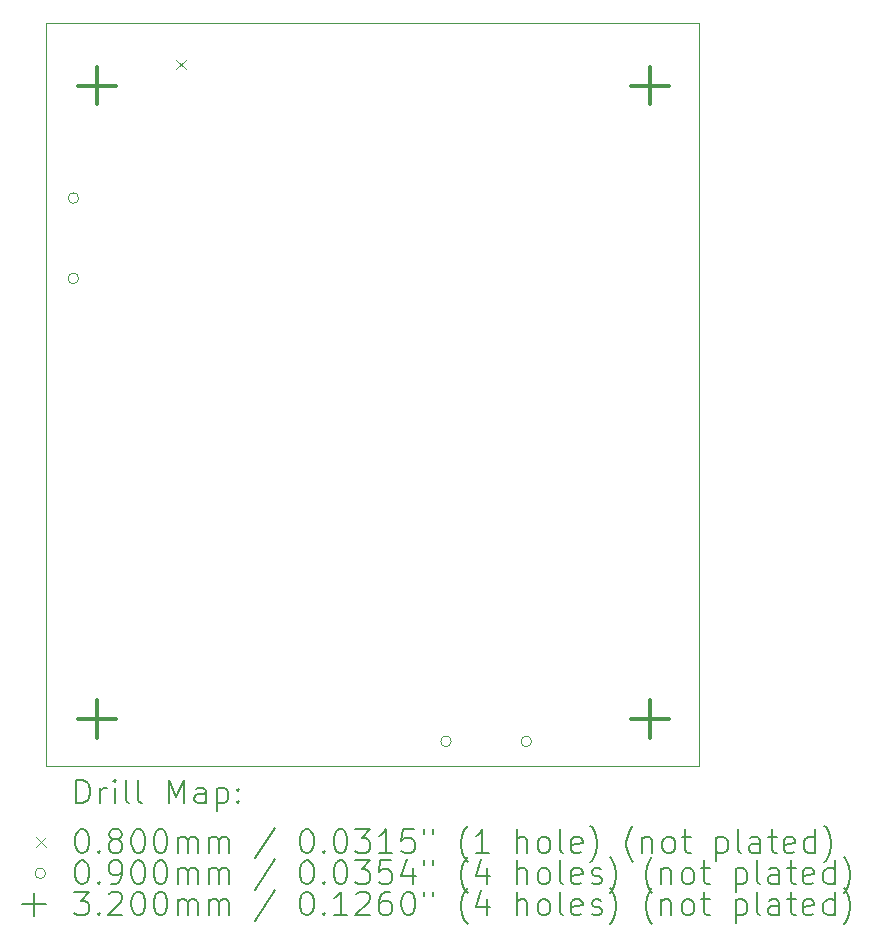
<source format=gbr>
%TF.GenerationSoftware,KiCad,Pcbnew,8.0.0*%
%TF.CreationDate,2025-04-24T18:39:19-03:00*%
%TF.ProjectId,PRJ4 (Alimentador Digital),50524a34-2028-4416-9c69-6d656e746164,rev?*%
%TF.SameCoordinates,Original*%
%TF.FileFunction,Drillmap*%
%TF.FilePolarity,Positive*%
%FSLAX45Y45*%
G04 Gerber Fmt 4.5, Leading zero omitted, Abs format (unit mm)*
G04 Created by KiCad (PCBNEW 8.0.0) date 2025-04-24 18:39:19*
%MOMM*%
%LPD*%
G01*
G04 APERTURE LIST*
%ADD10C,0.100000*%
%ADD11C,0.200000*%
%ADD12C,0.320000*%
G04 APERTURE END LIST*
D10*
X11527500Y-6750000D02*
X17052500Y-6750000D01*
X17052500Y-13040000D01*
X11527500Y-13040000D01*
X11527500Y-6750000D01*
D11*
D10*
X12630000Y-7060000D02*
X12710000Y-7140000D01*
X12710000Y-7060000D02*
X12630000Y-7140000D01*
X11802500Y-8232500D02*
G75*
G02*
X11712500Y-8232500I-45000J0D01*
G01*
X11712500Y-8232500D02*
G75*
G02*
X11802500Y-8232500I45000J0D01*
G01*
X11802500Y-8912500D02*
G75*
G02*
X11712500Y-8912500I-45000J0D01*
G01*
X11712500Y-8912500D02*
G75*
G02*
X11802500Y-8912500I45000J0D01*
G01*
X14957500Y-12832500D02*
G75*
G02*
X14867500Y-12832500I-45000J0D01*
G01*
X14867500Y-12832500D02*
G75*
G02*
X14957500Y-12832500I45000J0D01*
G01*
X15637500Y-12832500D02*
G75*
G02*
X15547500Y-12832500I-45000J0D01*
G01*
X15547500Y-12832500D02*
G75*
G02*
X15637500Y-12832500I45000J0D01*
G01*
D12*
X11960000Y-7120000D02*
X11960000Y-7440000D01*
X11800000Y-7280000D02*
X12120000Y-7280000D01*
X11960000Y-12480000D02*
X11960000Y-12800000D01*
X11800000Y-12640000D02*
X12120000Y-12640000D01*
X16640000Y-7120000D02*
X16640000Y-7440000D01*
X16480000Y-7280000D02*
X16800000Y-7280000D01*
X16640000Y-12480000D02*
X16640000Y-12800000D01*
X16480000Y-12640000D02*
X16800000Y-12640000D01*
D11*
X11783277Y-13356484D02*
X11783277Y-13156484D01*
X11783277Y-13156484D02*
X11830896Y-13156484D01*
X11830896Y-13156484D02*
X11859467Y-13166008D01*
X11859467Y-13166008D02*
X11878515Y-13185055D01*
X11878515Y-13185055D02*
X11888039Y-13204103D01*
X11888039Y-13204103D02*
X11897562Y-13242198D01*
X11897562Y-13242198D02*
X11897562Y-13270769D01*
X11897562Y-13270769D02*
X11888039Y-13308865D01*
X11888039Y-13308865D02*
X11878515Y-13327912D01*
X11878515Y-13327912D02*
X11859467Y-13346960D01*
X11859467Y-13346960D02*
X11830896Y-13356484D01*
X11830896Y-13356484D02*
X11783277Y-13356484D01*
X11983277Y-13356484D02*
X11983277Y-13223150D01*
X11983277Y-13261246D02*
X11992801Y-13242198D01*
X11992801Y-13242198D02*
X12002324Y-13232674D01*
X12002324Y-13232674D02*
X12021372Y-13223150D01*
X12021372Y-13223150D02*
X12040420Y-13223150D01*
X12107086Y-13356484D02*
X12107086Y-13223150D01*
X12107086Y-13156484D02*
X12097562Y-13166008D01*
X12097562Y-13166008D02*
X12107086Y-13175531D01*
X12107086Y-13175531D02*
X12116610Y-13166008D01*
X12116610Y-13166008D02*
X12107086Y-13156484D01*
X12107086Y-13156484D02*
X12107086Y-13175531D01*
X12230896Y-13356484D02*
X12211848Y-13346960D01*
X12211848Y-13346960D02*
X12202324Y-13327912D01*
X12202324Y-13327912D02*
X12202324Y-13156484D01*
X12335658Y-13356484D02*
X12316610Y-13346960D01*
X12316610Y-13346960D02*
X12307086Y-13327912D01*
X12307086Y-13327912D02*
X12307086Y-13156484D01*
X12564229Y-13356484D02*
X12564229Y-13156484D01*
X12564229Y-13156484D02*
X12630896Y-13299341D01*
X12630896Y-13299341D02*
X12697562Y-13156484D01*
X12697562Y-13156484D02*
X12697562Y-13356484D01*
X12878515Y-13356484D02*
X12878515Y-13251722D01*
X12878515Y-13251722D02*
X12868991Y-13232674D01*
X12868991Y-13232674D02*
X12849943Y-13223150D01*
X12849943Y-13223150D02*
X12811848Y-13223150D01*
X12811848Y-13223150D02*
X12792801Y-13232674D01*
X12878515Y-13346960D02*
X12859467Y-13356484D01*
X12859467Y-13356484D02*
X12811848Y-13356484D01*
X12811848Y-13356484D02*
X12792801Y-13346960D01*
X12792801Y-13346960D02*
X12783277Y-13327912D01*
X12783277Y-13327912D02*
X12783277Y-13308865D01*
X12783277Y-13308865D02*
X12792801Y-13289817D01*
X12792801Y-13289817D02*
X12811848Y-13280293D01*
X12811848Y-13280293D02*
X12859467Y-13280293D01*
X12859467Y-13280293D02*
X12878515Y-13270769D01*
X12973753Y-13223150D02*
X12973753Y-13423150D01*
X12973753Y-13232674D02*
X12992801Y-13223150D01*
X12992801Y-13223150D02*
X13030896Y-13223150D01*
X13030896Y-13223150D02*
X13049943Y-13232674D01*
X13049943Y-13232674D02*
X13059467Y-13242198D01*
X13059467Y-13242198D02*
X13068991Y-13261246D01*
X13068991Y-13261246D02*
X13068991Y-13318388D01*
X13068991Y-13318388D02*
X13059467Y-13337436D01*
X13059467Y-13337436D02*
X13049943Y-13346960D01*
X13049943Y-13346960D02*
X13030896Y-13356484D01*
X13030896Y-13356484D02*
X12992801Y-13356484D01*
X12992801Y-13356484D02*
X12973753Y-13346960D01*
X13154705Y-13337436D02*
X13164229Y-13346960D01*
X13164229Y-13346960D02*
X13154705Y-13356484D01*
X13154705Y-13356484D02*
X13145182Y-13346960D01*
X13145182Y-13346960D02*
X13154705Y-13337436D01*
X13154705Y-13337436D02*
X13154705Y-13356484D01*
X13154705Y-13232674D02*
X13164229Y-13242198D01*
X13164229Y-13242198D02*
X13154705Y-13251722D01*
X13154705Y-13251722D02*
X13145182Y-13242198D01*
X13145182Y-13242198D02*
X13154705Y-13232674D01*
X13154705Y-13232674D02*
X13154705Y-13251722D01*
D10*
X11442500Y-13645000D02*
X11522500Y-13725000D01*
X11522500Y-13645000D02*
X11442500Y-13725000D01*
D11*
X11821372Y-13576484D02*
X11840420Y-13576484D01*
X11840420Y-13576484D02*
X11859467Y-13586008D01*
X11859467Y-13586008D02*
X11868991Y-13595531D01*
X11868991Y-13595531D02*
X11878515Y-13614579D01*
X11878515Y-13614579D02*
X11888039Y-13652674D01*
X11888039Y-13652674D02*
X11888039Y-13700293D01*
X11888039Y-13700293D02*
X11878515Y-13738388D01*
X11878515Y-13738388D02*
X11868991Y-13757436D01*
X11868991Y-13757436D02*
X11859467Y-13766960D01*
X11859467Y-13766960D02*
X11840420Y-13776484D01*
X11840420Y-13776484D02*
X11821372Y-13776484D01*
X11821372Y-13776484D02*
X11802324Y-13766960D01*
X11802324Y-13766960D02*
X11792801Y-13757436D01*
X11792801Y-13757436D02*
X11783277Y-13738388D01*
X11783277Y-13738388D02*
X11773753Y-13700293D01*
X11773753Y-13700293D02*
X11773753Y-13652674D01*
X11773753Y-13652674D02*
X11783277Y-13614579D01*
X11783277Y-13614579D02*
X11792801Y-13595531D01*
X11792801Y-13595531D02*
X11802324Y-13586008D01*
X11802324Y-13586008D02*
X11821372Y-13576484D01*
X11973753Y-13757436D02*
X11983277Y-13766960D01*
X11983277Y-13766960D02*
X11973753Y-13776484D01*
X11973753Y-13776484D02*
X11964229Y-13766960D01*
X11964229Y-13766960D02*
X11973753Y-13757436D01*
X11973753Y-13757436D02*
X11973753Y-13776484D01*
X12097562Y-13662198D02*
X12078515Y-13652674D01*
X12078515Y-13652674D02*
X12068991Y-13643150D01*
X12068991Y-13643150D02*
X12059467Y-13624103D01*
X12059467Y-13624103D02*
X12059467Y-13614579D01*
X12059467Y-13614579D02*
X12068991Y-13595531D01*
X12068991Y-13595531D02*
X12078515Y-13586008D01*
X12078515Y-13586008D02*
X12097562Y-13576484D01*
X12097562Y-13576484D02*
X12135658Y-13576484D01*
X12135658Y-13576484D02*
X12154705Y-13586008D01*
X12154705Y-13586008D02*
X12164229Y-13595531D01*
X12164229Y-13595531D02*
X12173753Y-13614579D01*
X12173753Y-13614579D02*
X12173753Y-13624103D01*
X12173753Y-13624103D02*
X12164229Y-13643150D01*
X12164229Y-13643150D02*
X12154705Y-13652674D01*
X12154705Y-13652674D02*
X12135658Y-13662198D01*
X12135658Y-13662198D02*
X12097562Y-13662198D01*
X12097562Y-13662198D02*
X12078515Y-13671722D01*
X12078515Y-13671722D02*
X12068991Y-13681246D01*
X12068991Y-13681246D02*
X12059467Y-13700293D01*
X12059467Y-13700293D02*
X12059467Y-13738388D01*
X12059467Y-13738388D02*
X12068991Y-13757436D01*
X12068991Y-13757436D02*
X12078515Y-13766960D01*
X12078515Y-13766960D02*
X12097562Y-13776484D01*
X12097562Y-13776484D02*
X12135658Y-13776484D01*
X12135658Y-13776484D02*
X12154705Y-13766960D01*
X12154705Y-13766960D02*
X12164229Y-13757436D01*
X12164229Y-13757436D02*
X12173753Y-13738388D01*
X12173753Y-13738388D02*
X12173753Y-13700293D01*
X12173753Y-13700293D02*
X12164229Y-13681246D01*
X12164229Y-13681246D02*
X12154705Y-13671722D01*
X12154705Y-13671722D02*
X12135658Y-13662198D01*
X12297562Y-13576484D02*
X12316610Y-13576484D01*
X12316610Y-13576484D02*
X12335658Y-13586008D01*
X12335658Y-13586008D02*
X12345182Y-13595531D01*
X12345182Y-13595531D02*
X12354705Y-13614579D01*
X12354705Y-13614579D02*
X12364229Y-13652674D01*
X12364229Y-13652674D02*
X12364229Y-13700293D01*
X12364229Y-13700293D02*
X12354705Y-13738388D01*
X12354705Y-13738388D02*
X12345182Y-13757436D01*
X12345182Y-13757436D02*
X12335658Y-13766960D01*
X12335658Y-13766960D02*
X12316610Y-13776484D01*
X12316610Y-13776484D02*
X12297562Y-13776484D01*
X12297562Y-13776484D02*
X12278515Y-13766960D01*
X12278515Y-13766960D02*
X12268991Y-13757436D01*
X12268991Y-13757436D02*
X12259467Y-13738388D01*
X12259467Y-13738388D02*
X12249943Y-13700293D01*
X12249943Y-13700293D02*
X12249943Y-13652674D01*
X12249943Y-13652674D02*
X12259467Y-13614579D01*
X12259467Y-13614579D02*
X12268991Y-13595531D01*
X12268991Y-13595531D02*
X12278515Y-13586008D01*
X12278515Y-13586008D02*
X12297562Y-13576484D01*
X12488039Y-13576484D02*
X12507086Y-13576484D01*
X12507086Y-13576484D02*
X12526134Y-13586008D01*
X12526134Y-13586008D02*
X12535658Y-13595531D01*
X12535658Y-13595531D02*
X12545182Y-13614579D01*
X12545182Y-13614579D02*
X12554705Y-13652674D01*
X12554705Y-13652674D02*
X12554705Y-13700293D01*
X12554705Y-13700293D02*
X12545182Y-13738388D01*
X12545182Y-13738388D02*
X12535658Y-13757436D01*
X12535658Y-13757436D02*
X12526134Y-13766960D01*
X12526134Y-13766960D02*
X12507086Y-13776484D01*
X12507086Y-13776484D02*
X12488039Y-13776484D01*
X12488039Y-13776484D02*
X12468991Y-13766960D01*
X12468991Y-13766960D02*
X12459467Y-13757436D01*
X12459467Y-13757436D02*
X12449943Y-13738388D01*
X12449943Y-13738388D02*
X12440420Y-13700293D01*
X12440420Y-13700293D02*
X12440420Y-13652674D01*
X12440420Y-13652674D02*
X12449943Y-13614579D01*
X12449943Y-13614579D02*
X12459467Y-13595531D01*
X12459467Y-13595531D02*
X12468991Y-13586008D01*
X12468991Y-13586008D02*
X12488039Y-13576484D01*
X12640420Y-13776484D02*
X12640420Y-13643150D01*
X12640420Y-13662198D02*
X12649943Y-13652674D01*
X12649943Y-13652674D02*
X12668991Y-13643150D01*
X12668991Y-13643150D02*
X12697563Y-13643150D01*
X12697563Y-13643150D02*
X12716610Y-13652674D01*
X12716610Y-13652674D02*
X12726134Y-13671722D01*
X12726134Y-13671722D02*
X12726134Y-13776484D01*
X12726134Y-13671722D02*
X12735658Y-13652674D01*
X12735658Y-13652674D02*
X12754705Y-13643150D01*
X12754705Y-13643150D02*
X12783277Y-13643150D01*
X12783277Y-13643150D02*
X12802324Y-13652674D01*
X12802324Y-13652674D02*
X12811848Y-13671722D01*
X12811848Y-13671722D02*
X12811848Y-13776484D01*
X12907086Y-13776484D02*
X12907086Y-13643150D01*
X12907086Y-13662198D02*
X12916610Y-13652674D01*
X12916610Y-13652674D02*
X12935658Y-13643150D01*
X12935658Y-13643150D02*
X12964229Y-13643150D01*
X12964229Y-13643150D02*
X12983277Y-13652674D01*
X12983277Y-13652674D02*
X12992801Y-13671722D01*
X12992801Y-13671722D02*
X12992801Y-13776484D01*
X12992801Y-13671722D02*
X13002324Y-13652674D01*
X13002324Y-13652674D02*
X13021372Y-13643150D01*
X13021372Y-13643150D02*
X13049943Y-13643150D01*
X13049943Y-13643150D02*
X13068991Y-13652674D01*
X13068991Y-13652674D02*
X13078515Y-13671722D01*
X13078515Y-13671722D02*
X13078515Y-13776484D01*
X13468991Y-13566960D02*
X13297563Y-13824103D01*
X13726134Y-13576484D02*
X13745182Y-13576484D01*
X13745182Y-13576484D02*
X13764229Y-13586008D01*
X13764229Y-13586008D02*
X13773753Y-13595531D01*
X13773753Y-13595531D02*
X13783277Y-13614579D01*
X13783277Y-13614579D02*
X13792801Y-13652674D01*
X13792801Y-13652674D02*
X13792801Y-13700293D01*
X13792801Y-13700293D02*
X13783277Y-13738388D01*
X13783277Y-13738388D02*
X13773753Y-13757436D01*
X13773753Y-13757436D02*
X13764229Y-13766960D01*
X13764229Y-13766960D02*
X13745182Y-13776484D01*
X13745182Y-13776484D02*
X13726134Y-13776484D01*
X13726134Y-13776484D02*
X13707086Y-13766960D01*
X13707086Y-13766960D02*
X13697563Y-13757436D01*
X13697563Y-13757436D02*
X13688039Y-13738388D01*
X13688039Y-13738388D02*
X13678515Y-13700293D01*
X13678515Y-13700293D02*
X13678515Y-13652674D01*
X13678515Y-13652674D02*
X13688039Y-13614579D01*
X13688039Y-13614579D02*
X13697563Y-13595531D01*
X13697563Y-13595531D02*
X13707086Y-13586008D01*
X13707086Y-13586008D02*
X13726134Y-13576484D01*
X13878515Y-13757436D02*
X13888039Y-13766960D01*
X13888039Y-13766960D02*
X13878515Y-13776484D01*
X13878515Y-13776484D02*
X13868991Y-13766960D01*
X13868991Y-13766960D02*
X13878515Y-13757436D01*
X13878515Y-13757436D02*
X13878515Y-13776484D01*
X14011848Y-13576484D02*
X14030896Y-13576484D01*
X14030896Y-13576484D02*
X14049944Y-13586008D01*
X14049944Y-13586008D02*
X14059467Y-13595531D01*
X14059467Y-13595531D02*
X14068991Y-13614579D01*
X14068991Y-13614579D02*
X14078515Y-13652674D01*
X14078515Y-13652674D02*
X14078515Y-13700293D01*
X14078515Y-13700293D02*
X14068991Y-13738388D01*
X14068991Y-13738388D02*
X14059467Y-13757436D01*
X14059467Y-13757436D02*
X14049944Y-13766960D01*
X14049944Y-13766960D02*
X14030896Y-13776484D01*
X14030896Y-13776484D02*
X14011848Y-13776484D01*
X14011848Y-13776484D02*
X13992801Y-13766960D01*
X13992801Y-13766960D02*
X13983277Y-13757436D01*
X13983277Y-13757436D02*
X13973753Y-13738388D01*
X13973753Y-13738388D02*
X13964229Y-13700293D01*
X13964229Y-13700293D02*
X13964229Y-13652674D01*
X13964229Y-13652674D02*
X13973753Y-13614579D01*
X13973753Y-13614579D02*
X13983277Y-13595531D01*
X13983277Y-13595531D02*
X13992801Y-13586008D01*
X13992801Y-13586008D02*
X14011848Y-13576484D01*
X14145182Y-13576484D02*
X14268991Y-13576484D01*
X14268991Y-13576484D02*
X14202325Y-13652674D01*
X14202325Y-13652674D02*
X14230896Y-13652674D01*
X14230896Y-13652674D02*
X14249944Y-13662198D01*
X14249944Y-13662198D02*
X14259467Y-13671722D01*
X14259467Y-13671722D02*
X14268991Y-13690769D01*
X14268991Y-13690769D02*
X14268991Y-13738388D01*
X14268991Y-13738388D02*
X14259467Y-13757436D01*
X14259467Y-13757436D02*
X14249944Y-13766960D01*
X14249944Y-13766960D02*
X14230896Y-13776484D01*
X14230896Y-13776484D02*
X14173753Y-13776484D01*
X14173753Y-13776484D02*
X14154706Y-13766960D01*
X14154706Y-13766960D02*
X14145182Y-13757436D01*
X14459467Y-13776484D02*
X14345182Y-13776484D01*
X14402325Y-13776484D02*
X14402325Y-13576484D01*
X14402325Y-13576484D02*
X14383277Y-13605055D01*
X14383277Y-13605055D02*
X14364229Y-13624103D01*
X14364229Y-13624103D02*
X14345182Y-13633627D01*
X14640420Y-13576484D02*
X14545182Y-13576484D01*
X14545182Y-13576484D02*
X14535658Y-13671722D01*
X14535658Y-13671722D02*
X14545182Y-13662198D01*
X14545182Y-13662198D02*
X14564229Y-13652674D01*
X14564229Y-13652674D02*
X14611848Y-13652674D01*
X14611848Y-13652674D02*
X14630896Y-13662198D01*
X14630896Y-13662198D02*
X14640420Y-13671722D01*
X14640420Y-13671722D02*
X14649944Y-13690769D01*
X14649944Y-13690769D02*
X14649944Y-13738388D01*
X14649944Y-13738388D02*
X14640420Y-13757436D01*
X14640420Y-13757436D02*
X14630896Y-13766960D01*
X14630896Y-13766960D02*
X14611848Y-13776484D01*
X14611848Y-13776484D02*
X14564229Y-13776484D01*
X14564229Y-13776484D02*
X14545182Y-13766960D01*
X14545182Y-13766960D02*
X14535658Y-13757436D01*
X14726134Y-13576484D02*
X14726134Y-13614579D01*
X14802325Y-13576484D02*
X14802325Y-13614579D01*
X15097563Y-13852674D02*
X15088039Y-13843150D01*
X15088039Y-13843150D02*
X15068991Y-13814579D01*
X15068991Y-13814579D02*
X15059468Y-13795531D01*
X15059468Y-13795531D02*
X15049944Y-13766960D01*
X15049944Y-13766960D02*
X15040420Y-13719341D01*
X15040420Y-13719341D02*
X15040420Y-13681246D01*
X15040420Y-13681246D02*
X15049944Y-13633627D01*
X15049944Y-13633627D02*
X15059468Y-13605055D01*
X15059468Y-13605055D02*
X15068991Y-13586008D01*
X15068991Y-13586008D02*
X15088039Y-13557436D01*
X15088039Y-13557436D02*
X15097563Y-13547912D01*
X15278515Y-13776484D02*
X15164229Y-13776484D01*
X15221372Y-13776484D02*
X15221372Y-13576484D01*
X15221372Y-13576484D02*
X15202325Y-13605055D01*
X15202325Y-13605055D02*
X15183277Y-13624103D01*
X15183277Y-13624103D02*
X15164229Y-13633627D01*
X15516610Y-13776484D02*
X15516610Y-13576484D01*
X15602325Y-13776484D02*
X15602325Y-13671722D01*
X15602325Y-13671722D02*
X15592801Y-13652674D01*
X15592801Y-13652674D02*
X15573753Y-13643150D01*
X15573753Y-13643150D02*
X15545182Y-13643150D01*
X15545182Y-13643150D02*
X15526134Y-13652674D01*
X15526134Y-13652674D02*
X15516610Y-13662198D01*
X15726134Y-13776484D02*
X15707087Y-13766960D01*
X15707087Y-13766960D02*
X15697563Y-13757436D01*
X15697563Y-13757436D02*
X15688039Y-13738388D01*
X15688039Y-13738388D02*
X15688039Y-13681246D01*
X15688039Y-13681246D02*
X15697563Y-13662198D01*
X15697563Y-13662198D02*
X15707087Y-13652674D01*
X15707087Y-13652674D02*
X15726134Y-13643150D01*
X15726134Y-13643150D02*
X15754706Y-13643150D01*
X15754706Y-13643150D02*
X15773753Y-13652674D01*
X15773753Y-13652674D02*
X15783277Y-13662198D01*
X15783277Y-13662198D02*
X15792801Y-13681246D01*
X15792801Y-13681246D02*
X15792801Y-13738388D01*
X15792801Y-13738388D02*
X15783277Y-13757436D01*
X15783277Y-13757436D02*
X15773753Y-13766960D01*
X15773753Y-13766960D02*
X15754706Y-13776484D01*
X15754706Y-13776484D02*
X15726134Y-13776484D01*
X15907087Y-13776484D02*
X15888039Y-13766960D01*
X15888039Y-13766960D02*
X15878515Y-13747912D01*
X15878515Y-13747912D02*
X15878515Y-13576484D01*
X16059468Y-13766960D02*
X16040420Y-13776484D01*
X16040420Y-13776484D02*
X16002325Y-13776484D01*
X16002325Y-13776484D02*
X15983277Y-13766960D01*
X15983277Y-13766960D02*
X15973753Y-13747912D01*
X15973753Y-13747912D02*
X15973753Y-13671722D01*
X15973753Y-13671722D02*
X15983277Y-13652674D01*
X15983277Y-13652674D02*
X16002325Y-13643150D01*
X16002325Y-13643150D02*
X16040420Y-13643150D01*
X16040420Y-13643150D02*
X16059468Y-13652674D01*
X16059468Y-13652674D02*
X16068991Y-13671722D01*
X16068991Y-13671722D02*
X16068991Y-13690769D01*
X16068991Y-13690769D02*
X15973753Y-13709817D01*
X16135658Y-13852674D02*
X16145182Y-13843150D01*
X16145182Y-13843150D02*
X16164230Y-13814579D01*
X16164230Y-13814579D02*
X16173753Y-13795531D01*
X16173753Y-13795531D02*
X16183277Y-13766960D01*
X16183277Y-13766960D02*
X16192801Y-13719341D01*
X16192801Y-13719341D02*
X16192801Y-13681246D01*
X16192801Y-13681246D02*
X16183277Y-13633627D01*
X16183277Y-13633627D02*
X16173753Y-13605055D01*
X16173753Y-13605055D02*
X16164230Y-13586008D01*
X16164230Y-13586008D02*
X16145182Y-13557436D01*
X16145182Y-13557436D02*
X16135658Y-13547912D01*
X16497563Y-13852674D02*
X16488039Y-13843150D01*
X16488039Y-13843150D02*
X16468991Y-13814579D01*
X16468991Y-13814579D02*
X16459468Y-13795531D01*
X16459468Y-13795531D02*
X16449944Y-13766960D01*
X16449944Y-13766960D02*
X16440420Y-13719341D01*
X16440420Y-13719341D02*
X16440420Y-13681246D01*
X16440420Y-13681246D02*
X16449944Y-13633627D01*
X16449944Y-13633627D02*
X16459468Y-13605055D01*
X16459468Y-13605055D02*
X16468991Y-13586008D01*
X16468991Y-13586008D02*
X16488039Y-13557436D01*
X16488039Y-13557436D02*
X16497563Y-13547912D01*
X16573753Y-13643150D02*
X16573753Y-13776484D01*
X16573753Y-13662198D02*
X16583277Y-13652674D01*
X16583277Y-13652674D02*
X16602325Y-13643150D01*
X16602325Y-13643150D02*
X16630896Y-13643150D01*
X16630896Y-13643150D02*
X16649944Y-13652674D01*
X16649944Y-13652674D02*
X16659468Y-13671722D01*
X16659468Y-13671722D02*
X16659468Y-13776484D01*
X16783277Y-13776484D02*
X16764230Y-13766960D01*
X16764230Y-13766960D02*
X16754706Y-13757436D01*
X16754706Y-13757436D02*
X16745182Y-13738388D01*
X16745182Y-13738388D02*
X16745182Y-13681246D01*
X16745182Y-13681246D02*
X16754706Y-13662198D01*
X16754706Y-13662198D02*
X16764230Y-13652674D01*
X16764230Y-13652674D02*
X16783277Y-13643150D01*
X16783277Y-13643150D02*
X16811849Y-13643150D01*
X16811849Y-13643150D02*
X16830896Y-13652674D01*
X16830896Y-13652674D02*
X16840420Y-13662198D01*
X16840420Y-13662198D02*
X16849944Y-13681246D01*
X16849944Y-13681246D02*
X16849944Y-13738388D01*
X16849944Y-13738388D02*
X16840420Y-13757436D01*
X16840420Y-13757436D02*
X16830896Y-13766960D01*
X16830896Y-13766960D02*
X16811849Y-13776484D01*
X16811849Y-13776484D02*
X16783277Y-13776484D01*
X16907087Y-13643150D02*
X16983277Y-13643150D01*
X16935658Y-13576484D02*
X16935658Y-13747912D01*
X16935658Y-13747912D02*
X16945182Y-13766960D01*
X16945182Y-13766960D02*
X16964230Y-13776484D01*
X16964230Y-13776484D02*
X16983277Y-13776484D01*
X17202325Y-13643150D02*
X17202325Y-13843150D01*
X17202325Y-13652674D02*
X17221373Y-13643150D01*
X17221373Y-13643150D02*
X17259468Y-13643150D01*
X17259468Y-13643150D02*
X17278515Y-13652674D01*
X17278515Y-13652674D02*
X17288039Y-13662198D01*
X17288039Y-13662198D02*
X17297563Y-13681246D01*
X17297563Y-13681246D02*
X17297563Y-13738388D01*
X17297563Y-13738388D02*
X17288039Y-13757436D01*
X17288039Y-13757436D02*
X17278515Y-13766960D01*
X17278515Y-13766960D02*
X17259468Y-13776484D01*
X17259468Y-13776484D02*
X17221373Y-13776484D01*
X17221373Y-13776484D02*
X17202325Y-13766960D01*
X17411849Y-13776484D02*
X17392801Y-13766960D01*
X17392801Y-13766960D02*
X17383277Y-13747912D01*
X17383277Y-13747912D02*
X17383277Y-13576484D01*
X17573754Y-13776484D02*
X17573754Y-13671722D01*
X17573754Y-13671722D02*
X17564230Y-13652674D01*
X17564230Y-13652674D02*
X17545182Y-13643150D01*
X17545182Y-13643150D02*
X17507087Y-13643150D01*
X17507087Y-13643150D02*
X17488039Y-13652674D01*
X17573754Y-13766960D02*
X17554706Y-13776484D01*
X17554706Y-13776484D02*
X17507087Y-13776484D01*
X17507087Y-13776484D02*
X17488039Y-13766960D01*
X17488039Y-13766960D02*
X17478515Y-13747912D01*
X17478515Y-13747912D02*
X17478515Y-13728865D01*
X17478515Y-13728865D02*
X17488039Y-13709817D01*
X17488039Y-13709817D02*
X17507087Y-13700293D01*
X17507087Y-13700293D02*
X17554706Y-13700293D01*
X17554706Y-13700293D02*
X17573754Y-13690769D01*
X17640420Y-13643150D02*
X17716611Y-13643150D01*
X17668992Y-13576484D02*
X17668992Y-13747912D01*
X17668992Y-13747912D02*
X17678515Y-13766960D01*
X17678515Y-13766960D02*
X17697563Y-13776484D01*
X17697563Y-13776484D02*
X17716611Y-13776484D01*
X17859468Y-13766960D02*
X17840420Y-13776484D01*
X17840420Y-13776484D02*
X17802325Y-13776484D01*
X17802325Y-13776484D02*
X17783277Y-13766960D01*
X17783277Y-13766960D02*
X17773754Y-13747912D01*
X17773754Y-13747912D02*
X17773754Y-13671722D01*
X17773754Y-13671722D02*
X17783277Y-13652674D01*
X17783277Y-13652674D02*
X17802325Y-13643150D01*
X17802325Y-13643150D02*
X17840420Y-13643150D01*
X17840420Y-13643150D02*
X17859468Y-13652674D01*
X17859468Y-13652674D02*
X17868992Y-13671722D01*
X17868992Y-13671722D02*
X17868992Y-13690769D01*
X17868992Y-13690769D02*
X17773754Y-13709817D01*
X18040420Y-13776484D02*
X18040420Y-13576484D01*
X18040420Y-13766960D02*
X18021373Y-13776484D01*
X18021373Y-13776484D02*
X17983277Y-13776484D01*
X17983277Y-13776484D02*
X17964230Y-13766960D01*
X17964230Y-13766960D02*
X17954706Y-13757436D01*
X17954706Y-13757436D02*
X17945182Y-13738388D01*
X17945182Y-13738388D02*
X17945182Y-13681246D01*
X17945182Y-13681246D02*
X17954706Y-13662198D01*
X17954706Y-13662198D02*
X17964230Y-13652674D01*
X17964230Y-13652674D02*
X17983277Y-13643150D01*
X17983277Y-13643150D02*
X18021373Y-13643150D01*
X18021373Y-13643150D02*
X18040420Y-13652674D01*
X18116611Y-13852674D02*
X18126135Y-13843150D01*
X18126135Y-13843150D02*
X18145182Y-13814579D01*
X18145182Y-13814579D02*
X18154706Y-13795531D01*
X18154706Y-13795531D02*
X18164230Y-13766960D01*
X18164230Y-13766960D02*
X18173754Y-13719341D01*
X18173754Y-13719341D02*
X18173754Y-13681246D01*
X18173754Y-13681246D02*
X18164230Y-13633627D01*
X18164230Y-13633627D02*
X18154706Y-13605055D01*
X18154706Y-13605055D02*
X18145182Y-13586008D01*
X18145182Y-13586008D02*
X18126135Y-13557436D01*
X18126135Y-13557436D02*
X18116611Y-13547912D01*
D10*
X11522500Y-13949000D02*
G75*
G02*
X11432500Y-13949000I-45000J0D01*
G01*
X11432500Y-13949000D02*
G75*
G02*
X11522500Y-13949000I45000J0D01*
G01*
D11*
X11821372Y-13840484D02*
X11840420Y-13840484D01*
X11840420Y-13840484D02*
X11859467Y-13850008D01*
X11859467Y-13850008D02*
X11868991Y-13859531D01*
X11868991Y-13859531D02*
X11878515Y-13878579D01*
X11878515Y-13878579D02*
X11888039Y-13916674D01*
X11888039Y-13916674D02*
X11888039Y-13964293D01*
X11888039Y-13964293D02*
X11878515Y-14002388D01*
X11878515Y-14002388D02*
X11868991Y-14021436D01*
X11868991Y-14021436D02*
X11859467Y-14030960D01*
X11859467Y-14030960D02*
X11840420Y-14040484D01*
X11840420Y-14040484D02*
X11821372Y-14040484D01*
X11821372Y-14040484D02*
X11802324Y-14030960D01*
X11802324Y-14030960D02*
X11792801Y-14021436D01*
X11792801Y-14021436D02*
X11783277Y-14002388D01*
X11783277Y-14002388D02*
X11773753Y-13964293D01*
X11773753Y-13964293D02*
X11773753Y-13916674D01*
X11773753Y-13916674D02*
X11783277Y-13878579D01*
X11783277Y-13878579D02*
X11792801Y-13859531D01*
X11792801Y-13859531D02*
X11802324Y-13850008D01*
X11802324Y-13850008D02*
X11821372Y-13840484D01*
X11973753Y-14021436D02*
X11983277Y-14030960D01*
X11983277Y-14030960D02*
X11973753Y-14040484D01*
X11973753Y-14040484D02*
X11964229Y-14030960D01*
X11964229Y-14030960D02*
X11973753Y-14021436D01*
X11973753Y-14021436D02*
X11973753Y-14040484D01*
X12078515Y-14040484D02*
X12116610Y-14040484D01*
X12116610Y-14040484D02*
X12135658Y-14030960D01*
X12135658Y-14030960D02*
X12145182Y-14021436D01*
X12145182Y-14021436D02*
X12164229Y-13992865D01*
X12164229Y-13992865D02*
X12173753Y-13954769D01*
X12173753Y-13954769D02*
X12173753Y-13878579D01*
X12173753Y-13878579D02*
X12164229Y-13859531D01*
X12164229Y-13859531D02*
X12154705Y-13850008D01*
X12154705Y-13850008D02*
X12135658Y-13840484D01*
X12135658Y-13840484D02*
X12097562Y-13840484D01*
X12097562Y-13840484D02*
X12078515Y-13850008D01*
X12078515Y-13850008D02*
X12068991Y-13859531D01*
X12068991Y-13859531D02*
X12059467Y-13878579D01*
X12059467Y-13878579D02*
X12059467Y-13926198D01*
X12059467Y-13926198D02*
X12068991Y-13945246D01*
X12068991Y-13945246D02*
X12078515Y-13954769D01*
X12078515Y-13954769D02*
X12097562Y-13964293D01*
X12097562Y-13964293D02*
X12135658Y-13964293D01*
X12135658Y-13964293D02*
X12154705Y-13954769D01*
X12154705Y-13954769D02*
X12164229Y-13945246D01*
X12164229Y-13945246D02*
X12173753Y-13926198D01*
X12297562Y-13840484D02*
X12316610Y-13840484D01*
X12316610Y-13840484D02*
X12335658Y-13850008D01*
X12335658Y-13850008D02*
X12345182Y-13859531D01*
X12345182Y-13859531D02*
X12354705Y-13878579D01*
X12354705Y-13878579D02*
X12364229Y-13916674D01*
X12364229Y-13916674D02*
X12364229Y-13964293D01*
X12364229Y-13964293D02*
X12354705Y-14002388D01*
X12354705Y-14002388D02*
X12345182Y-14021436D01*
X12345182Y-14021436D02*
X12335658Y-14030960D01*
X12335658Y-14030960D02*
X12316610Y-14040484D01*
X12316610Y-14040484D02*
X12297562Y-14040484D01*
X12297562Y-14040484D02*
X12278515Y-14030960D01*
X12278515Y-14030960D02*
X12268991Y-14021436D01*
X12268991Y-14021436D02*
X12259467Y-14002388D01*
X12259467Y-14002388D02*
X12249943Y-13964293D01*
X12249943Y-13964293D02*
X12249943Y-13916674D01*
X12249943Y-13916674D02*
X12259467Y-13878579D01*
X12259467Y-13878579D02*
X12268991Y-13859531D01*
X12268991Y-13859531D02*
X12278515Y-13850008D01*
X12278515Y-13850008D02*
X12297562Y-13840484D01*
X12488039Y-13840484D02*
X12507086Y-13840484D01*
X12507086Y-13840484D02*
X12526134Y-13850008D01*
X12526134Y-13850008D02*
X12535658Y-13859531D01*
X12535658Y-13859531D02*
X12545182Y-13878579D01*
X12545182Y-13878579D02*
X12554705Y-13916674D01*
X12554705Y-13916674D02*
X12554705Y-13964293D01*
X12554705Y-13964293D02*
X12545182Y-14002388D01*
X12545182Y-14002388D02*
X12535658Y-14021436D01*
X12535658Y-14021436D02*
X12526134Y-14030960D01*
X12526134Y-14030960D02*
X12507086Y-14040484D01*
X12507086Y-14040484D02*
X12488039Y-14040484D01*
X12488039Y-14040484D02*
X12468991Y-14030960D01*
X12468991Y-14030960D02*
X12459467Y-14021436D01*
X12459467Y-14021436D02*
X12449943Y-14002388D01*
X12449943Y-14002388D02*
X12440420Y-13964293D01*
X12440420Y-13964293D02*
X12440420Y-13916674D01*
X12440420Y-13916674D02*
X12449943Y-13878579D01*
X12449943Y-13878579D02*
X12459467Y-13859531D01*
X12459467Y-13859531D02*
X12468991Y-13850008D01*
X12468991Y-13850008D02*
X12488039Y-13840484D01*
X12640420Y-14040484D02*
X12640420Y-13907150D01*
X12640420Y-13926198D02*
X12649943Y-13916674D01*
X12649943Y-13916674D02*
X12668991Y-13907150D01*
X12668991Y-13907150D02*
X12697563Y-13907150D01*
X12697563Y-13907150D02*
X12716610Y-13916674D01*
X12716610Y-13916674D02*
X12726134Y-13935722D01*
X12726134Y-13935722D02*
X12726134Y-14040484D01*
X12726134Y-13935722D02*
X12735658Y-13916674D01*
X12735658Y-13916674D02*
X12754705Y-13907150D01*
X12754705Y-13907150D02*
X12783277Y-13907150D01*
X12783277Y-13907150D02*
X12802324Y-13916674D01*
X12802324Y-13916674D02*
X12811848Y-13935722D01*
X12811848Y-13935722D02*
X12811848Y-14040484D01*
X12907086Y-14040484D02*
X12907086Y-13907150D01*
X12907086Y-13926198D02*
X12916610Y-13916674D01*
X12916610Y-13916674D02*
X12935658Y-13907150D01*
X12935658Y-13907150D02*
X12964229Y-13907150D01*
X12964229Y-13907150D02*
X12983277Y-13916674D01*
X12983277Y-13916674D02*
X12992801Y-13935722D01*
X12992801Y-13935722D02*
X12992801Y-14040484D01*
X12992801Y-13935722D02*
X13002324Y-13916674D01*
X13002324Y-13916674D02*
X13021372Y-13907150D01*
X13021372Y-13907150D02*
X13049943Y-13907150D01*
X13049943Y-13907150D02*
X13068991Y-13916674D01*
X13068991Y-13916674D02*
X13078515Y-13935722D01*
X13078515Y-13935722D02*
X13078515Y-14040484D01*
X13468991Y-13830960D02*
X13297563Y-14088103D01*
X13726134Y-13840484D02*
X13745182Y-13840484D01*
X13745182Y-13840484D02*
X13764229Y-13850008D01*
X13764229Y-13850008D02*
X13773753Y-13859531D01*
X13773753Y-13859531D02*
X13783277Y-13878579D01*
X13783277Y-13878579D02*
X13792801Y-13916674D01*
X13792801Y-13916674D02*
X13792801Y-13964293D01*
X13792801Y-13964293D02*
X13783277Y-14002388D01*
X13783277Y-14002388D02*
X13773753Y-14021436D01*
X13773753Y-14021436D02*
X13764229Y-14030960D01*
X13764229Y-14030960D02*
X13745182Y-14040484D01*
X13745182Y-14040484D02*
X13726134Y-14040484D01*
X13726134Y-14040484D02*
X13707086Y-14030960D01*
X13707086Y-14030960D02*
X13697563Y-14021436D01*
X13697563Y-14021436D02*
X13688039Y-14002388D01*
X13688039Y-14002388D02*
X13678515Y-13964293D01*
X13678515Y-13964293D02*
X13678515Y-13916674D01*
X13678515Y-13916674D02*
X13688039Y-13878579D01*
X13688039Y-13878579D02*
X13697563Y-13859531D01*
X13697563Y-13859531D02*
X13707086Y-13850008D01*
X13707086Y-13850008D02*
X13726134Y-13840484D01*
X13878515Y-14021436D02*
X13888039Y-14030960D01*
X13888039Y-14030960D02*
X13878515Y-14040484D01*
X13878515Y-14040484D02*
X13868991Y-14030960D01*
X13868991Y-14030960D02*
X13878515Y-14021436D01*
X13878515Y-14021436D02*
X13878515Y-14040484D01*
X14011848Y-13840484D02*
X14030896Y-13840484D01*
X14030896Y-13840484D02*
X14049944Y-13850008D01*
X14049944Y-13850008D02*
X14059467Y-13859531D01*
X14059467Y-13859531D02*
X14068991Y-13878579D01*
X14068991Y-13878579D02*
X14078515Y-13916674D01*
X14078515Y-13916674D02*
X14078515Y-13964293D01*
X14078515Y-13964293D02*
X14068991Y-14002388D01*
X14068991Y-14002388D02*
X14059467Y-14021436D01*
X14059467Y-14021436D02*
X14049944Y-14030960D01*
X14049944Y-14030960D02*
X14030896Y-14040484D01*
X14030896Y-14040484D02*
X14011848Y-14040484D01*
X14011848Y-14040484D02*
X13992801Y-14030960D01*
X13992801Y-14030960D02*
X13983277Y-14021436D01*
X13983277Y-14021436D02*
X13973753Y-14002388D01*
X13973753Y-14002388D02*
X13964229Y-13964293D01*
X13964229Y-13964293D02*
X13964229Y-13916674D01*
X13964229Y-13916674D02*
X13973753Y-13878579D01*
X13973753Y-13878579D02*
X13983277Y-13859531D01*
X13983277Y-13859531D02*
X13992801Y-13850008D01*
X13992801Y-13850008D02*
X14011848Y-13840484D01*
X14145182Y-13840484D02*
X14268991Y-13840484D01*
X14268991Y-13840484D02*
X14202325Y-13916674D01*
X14202325Y-13916674D02*
X14230896Y-13916674D01*
X14230896Y-13916674D02*
X14249944Y-13926198D01*
X14249944Y-13926198D02*
X14259467Y-13935722D01*
X14259467Y-13935722D02*
X14268991Y-13954769D01*
X14268991Y-13954769D02*
X14268991Y-14002388D01*
X14268991Y-14002388D02*
X14259467Y-14021436D01*
X14259467Y-14021436D02*
X14249944Y-14030960D01*
X14249944Y-14030960D02*
X14230896Y-14040484D01*
X14230896Y-14040484D02*
X14173753Y-14040484D01*
X14173753Y-14040484D02*
X14154706Y-14030960D01*
X14154706Y-14030960D02*
X14145182Y-14021436D01*
X14449944Y-13840484D02*
X14354706Y-13840484D01*
X14354706Y-13840484D02*
X14345182Y-13935722D01*
X14345182Y-13935722D02*
X14354706Y-13926198D01*
X14354706Y-13926198D02*
X14373753Y-13916674D01*
X14373753Y-13916674D02*
X14421372Y-13916674D01*
X14421372Y-13916674D02*
X14440420Y-13926198D01*
X14440420Y-13926198D02*
X14449944Y-13935722D01*
X14449944Y-13935722D02*
X14459467Y-13954769D01*
X14459467Y-13954769D02*
X14459467Y-14002388D01*
X14459467Y-14002388D02*
X14449944Y-14021436D01*
X14449944Y-14021436D02*
X14440420Y-14030960D01*
X14440420Y-14030960D02*
X14421372Y-14040484D01*
X14421372Y-14040484D02*
X14373753Y-14040484D01*
X14373753Y-14040484D02*
X14354706Y-14030960D01*
X14354706Y-14030960D02*
X14345182Y-14021436D01*
X14630896Y-13907150D02*
X14630896Y-14040484D01*
X14583277Y-13830960D02*
X14535658Y-13973817D01*
X14535658Y-13973817D02*
X14659467Y-13973817D01*
X14726134Y-13840484D02*
X14726134Y-13878579D01*
X14802325Y-13840484D02*
X14802325Y-13878579D01*
X15097563Y-14116674D02*
X15088039Y-14107150D01*
X15088039Y-14107150D02*
X15068991Y-14078579D01*
X15068991Y-14078579D02*
X15059468Y-14059531D01*
X15059468Y-14059531D02*
X15049944Y-14030960D01*
X15049944Y-14030960D02*
X15040420Y-13983341D01*
X15040420Y-13983341D02*
X15040420Y-13945246D01*
X15040420Y-13945246D02*
X15049944Y-13897627D01*
X15049944Y-13897627D02*
X15059468Y-13869055D01*
X15059468Y-13869055D02*
X15068991Y-13850008D01*
X15068991Y-13850008D02*
X15088039Y-13821436D01*
X15088039Y-13821436D02*
X15097563Y-13811912D01*
X15259468Y-13907150D02*
X15259468Y-14040484D01*
X15211848Y-13830960D02*
X15164229Y-13973817D01*
X15164229Y-13973817D02*
X15288039Y-13973817D01*
X15516610Y-14040484D02*
X15516610Y-13840484D01*
X15602325Y-14040484D02*
X15602325Y-13935722D01*
X15602325Y-13935722D02*
X15592801Y-13916674D01*
X15592801Y-13916674D02*
X15573753Y-13907150D01*
X15573753Y-13907150D02*
X15545182Y-13907150D01*
X15545182Y-13907150D02*
X15526134Y-13916674D01*
X15526134Y-13916674D02*
X15516610Y-13926198D01*
X15726134Y-14040484D02*
X15707087Y-14030960D01*
X15707087Y-14030960D02*
X15697563Y-14021436D01*
X15697563Y-14021436D02*
X15688039Y-14002388D01*
X15688039Y-14002388D02*
X15688039Y-13945246D01*
X15688039Y-13945246D02*
X15697563Y-13926198D01*
X15697563Y-13926198D02*
X15707087Y-13916674D01*
X15707087Y-13916674D02*
X15726134Y-13907150D01*
X15726134Y-13907150D02*
X15754706Y-13907150D01*
X15754706Y-13907150D02*
X15773753Y-13916674D01*
X15773753Y-13916674D02*
X15783277Y-13926198D01*
X15783277Y-13926198D02*
X15792801Y-13945246D01*
X15792801Y-13945246D02*
X15792801Y-14002388D01*
X15792801Y-14002388D02*
X15783277Y-14021436D01*
X15783277Y-14021436D02*
X15773753Y-14030960D01*
X15773753Y-14030960D02*
X15754706Y-14040484D01*
X15754706Y-14040484D02*
X15726134Y-14040484D01*
X15907087Y-14040484D02*
X15888039Y-14030960D01*
X15888039Y-14030960D02*
X15878515Y-14011912D01*
X15878515Y-14011912D02*
X15878515Y-13840484D01*
X16059468Y-14030960D02*
X16040420Y-14040484D01*
X16040420Y-14040484D02*
X16002325Y-14040484D01*
X16002325Y-14040484D02*
X15983277Y-14030960D01*
X15983277Y-14030960D02*
X15973753Y-14011912D01*
X15973753Y-14011912D02*
X15973753Y-13935722D01*
X15973753Y-13935722D02*
X15983277Y-13916674D01*
X15983277Y-13916674D02*
X16002325Y-13907150D01*
X16002325Y-13907150D02*
X16040420Y-13907150D01*
X16040420Y-13907150D02*
X16059468Y-13916674D01*
X16059468Y-13916674D02*
X16068991Y-13935722D01*
X16068991Y-13935722D02*
X16068991Y-13954769D01*
X16068991Y-13954769D02*
X15973753Y-13973817D01*
X16145182Y-14030960D02*
X16164230Y-14040484D01*
X16164230Y-14040484D02*
X16202325Y-14040484D01*
X16202325Y-14040484D02*
X16221372Y-14030960D01*
X16221372Y-14030960D02*
X16230896Y-14011912D01*
X16230896Y-14011912D02*
X16230896Y-14002388D01*
X16230896Y-14002388D02*
X16221372Y-13983341D01*
X16221372Y-13983341D02*
X16202325Y-13973817D01*
X16202325Y-13973817D02*
X16173753Y-13973817D01*
X16173753Y-13973817D02*
X16154706Y-13964293D01*
X16154706Y-13964293D02*
X16145182Y-13945246D01*
X16145182Y-13945246D02*
X16145182Y-13935722D01*
X16145182Y-13935722D02*
X16154706Y-13916674D01*
X16154706Y-13916674D02*
X16173753Y-13907150D01*
X16173753Y-13907150D02*
X16202325Y-13907150D01*
X16202325Y-13907150D02*
X16221372Y-13916674D01*
X16297563Y-14116674D02*
X16307087Y-14107150D01*
X16307087Y-14107150D02*
X16326134Y-14078579D01*
X16326134Y-14078579D02*
X16335658Y-14059531D01*
X16335658Y-14059531D02*
X16345182Y-14030960D01*
X16345182Y-14030960D02*
X16354706Y-13983341D01*
X16354706Y-13983341D02*
X16354706Y-13945246D01*
X16354706Y-13945246D02*
X16345182Y-13897627D01*
X16345182Y-13897627D02*
X16335658Y-13869055D01*
X16335658Y-13869055D02*
X16326134Y-13850008D01*
X16326134Y-13850008D02*
X16307087Y-13821436D01*
X16307087Y-13821436D02*
X16297563Y-13811912D01*
X16659468Y-14116674D02*
X16649944Y-14107150D01*
X16649944Y-14107150D02*
X16630896Y-14078579D01*
X16630896Y-14078579D02*
X16621372Y-14059531D01*
X16621372Y-14059531D02*
X16611849Y-14030960D01*
X16611849Y-14030960D02*
X16602325Y-13983341D01*
X16602325Y-13983341D02*
X16602325Y-13945246D01*
X16602325Y-13945246D02*
X16611849Y-13897627D01*
X16611849Y-13897627D02*
X16621372Y-13869055D01*
X16621372Y-13869055D02*
X16630896Y-13850008D01*
X16630896Y-13850008D02*
X16649944Y-13821436D01*
X16649944Y-13821436D02*
X16659468Y-13811912D01*
X16735658Y-13907150D02*
X16735658Y-14040484D01*
X16735658Y-13926198D02*
X16745182Y-13916674D01*
X16745182Y-13916674D02*
X16764230Y-13907150D01*
X16764230Y-13907150D02*
X16792801Y-13907150D01*
X16792801Y-13907150D02*
X16811849Y-13916674D01*
X16811849Y-13916674D02*
X16821373Y-13935722D01*
X16821373Y-13935722D02*
X16821373Y-14040484D01*
X16945182Y-14040484D02*
X16926134Y-14030960D01*
X16926134Y-14030960D02*
X16916611Y-14021436D01*
X16916611Y-14021436D02*
X16907087Y-14002388D01*
X16907087Y-14002388D02*
X16907087Y-13945246D01*
X16907087Y-13945246D02*
X16916611Y-13926198D01*
X16916611Y-13926198D02*
X16926134Y-13916674D01*
X16926134Y-13916674D02*
X16945182Y-13907150D01*
X16945182Y-13907150D02*
X16973754Y-13907150D01*
X16973754Y-13907150D02*
X16992801Y-13916674D01*
X16992801Y-13916674D02*
X17002325Y-13926198D01*
X17002325Y-13926198D02*
X17011849Y-13945246D01*
X17011849Y-13945246D02*
X17011849Y-14002388D01*
X17011849Y-14002388D02*
X17002325Y-14021436D01*
X17002325Y-14021436D02*
X16992801Y-14030960D01*
X16992801Y-14030960D02*
X16973754Y-14040484D01*
X16973754Y-14040484D02*
X16945182Y-14040484D01*
X17068992Y-13907150D02*
X17145182Y-13907150D01*
X17097563Y-13840484D02*
X17097563Y-14011912D01*
X17097563Y-14011912D02*
X17107087Y-14030960D01*
X17107087Y-14030960D02*
X17126134Y-14040484D01*
X17126134Y-14040484D02*
X17145182Y-14040484D01*
X17364230Y-13907150D02*
X17364230Y-14107150D01*
X17364230Y-13916674D02*
X17383277Y-13907150D01*
X17383277Y-13907150D02*
X17421373Y-13907150D01*
X17421373Y-13907150D02*
X17440420Y-13916674D01*
X17440420Y-13916674D02*
X17449944Y-13926198D01*
X17449944Y-13926198D02*
X17459468Y-13945246D01*
X17459468Y-13945246D02*
X17459468Y-14002388D01*
X17459468Y-14002388D02*
X17449944Y-14021436D01*
X17449944Y-14021436D02*
X17440420Y-14030960D01*
X17440420Y-14030960D02*
X17421373Y-14040484D01*
X17421373Y-14040484D02*
X17383277Y-14040484D01*
X17383277Y-14040484D02*
X17364230Y-14030960D01*
X17573754Y-14040484D02*
X17554706Y-14030960D01*
X17554706Y-14030960D02*
X17545182Y-14011912D01*
X17545182Y-14011912D02*
X17545182Y-13840484D01*
X17735658Y-14040484D02*
X17735658Y-13935722D01*
X17735658Y-13935722D02*
X17726135Y-13916674D01*
X17726135Y-13916674D02*
X17707087Y-13907150D01*
X17707087Y-13907150D02*
X17668992Y-13907150D01*
X17668992Y-13907150D02*
X17649944Y-13916674D01*
X17735658Y-14030960D02*
X17716611Y-14040484D01*
X17716611Y-14040484D02*
X17668992Y-14040484D01*
X17668992Y-14040484D02*
X17649944Y-14030960D01*
X17649944Y-14030960D02*
X17640420Y-14011912D01*
X17640420Y-14011912D02*
X17640420Y-13992865D01*
X17640420Y-13992865D02*
X17649944Y-13973817D01*
X17649944Y-13973817D02*
X17668992Y-13964293D01*
X17668992Y-13964293D02*
X17716611Y-13964293D01*
X17716611Y-13964293D02*
X17735658Y-13954769D01*
X17802325Y-13907150D02*
X17878515Y-13907150D01*
X17830896Y-13840484D02*
X17830896Y-14011912D01*
X17830896Y-14011912D02*
X17840420Y-14030960D01*
X17840420Y-14030960D02*
X17859468Y-14040484D01*
X17859468Y-14040484D02*
X17878515Y-14040484D01*
X18021373Y-14030960D02*
X18002325Y-14040484D01*
X18002325Y-14040484D02*
X17964230Y-14040484D01*
X17964230Y-14040484D02*
X17945182Y-14030960D01*
X17945182Y-14030960D02*
X17935658Y-14011912D01*
X17935658Y-14011912D02*
X17935658Y-13935722D01*
X17935658Y-13935722D02*
X17945182Y-13916674D01*
X17945182Y-13916674D02*
X17964230Y-13907150D01*
X17964230Y-13907150D02*
X18002325Y-13907150D01*
X18002325Y-13907150D02*
X18021373Y-13916674D01*
X18021373Y-13916674D02*
X18030896Y-13935722D01*
X18030896Y-13935722D02*
X18030896Y-13954769D01*
X18030896Y-13954769D02*
X17935658Y-13973817D01*
X18202325Y-14040484D02*
X18202325Y-13840484D01*
X18202325Y-14030960D02*
X18183277Y-14040484D01*
X18183277Y-14040484D02*
X18145182Y-14040484D01*
X18145182Y-14040484D02*
X18126135Y-14030960D01*
X18126135Y-14030960D02*
X18116611Y-14021436D01*
X18116611Y-14021436D02*
X18107087Y-14002388D01*
X18107087Y-14002388D02*
X18107087Y-13945246D01*
X18107087Y-13945246D02*
X18116611Y-13926198D01*
X18116611Y-13926198D02*
X18126135Y-13916674D01*
X18126135Y-13916674D02*
X18145182Y-13907150D01*
X18145182Y-13907150D02*
X18183277Y-13907150D01*
X18183277Y-13907150D02*
X18202325Y-13916674D01*
X18278516Y-14116674D02*
X18288039Y-14107150D01*
X18288039Y-14107150D02*
X18307087Y-14078579D01*
X18307087Y-14078579D02*
X18316611Y-14059531D01*
X18316611Y-14059531D02*
X18326135Y-14030960D01*
X18326135Y-14030960D02*
X18335658Y-13983341D01*
X18335658Y-13983341D02*
X18335658Y-13945246D01*
X18335658Y-13945246D02*
X18326135Y-13897627D01*
X18326135Y-13897627D02*
X18316611Y-13869055D01*
X18316611Y-13869055D02*
X18307087Y-13850008D01*
X18307087Y-13850008D02*
X18288039Y-13821436D01*
X18288039Y-13821436D02*
X18278516Y-13811912D01*
X11422500Y-14113000D02*
X11422500Y-14313000D01*
X11322500Y-14213000D02*
X11522500Y-14213000D01*
X11764229Y-14104484D02*
X11888039Y-14104484D01*
X11888039Y-14104484D02*
X11821372Y-14180674D01*
X11821372Y-14180674D02*
X11849943Y-14180674D01*
X11849943Y-14180674D02*
X11868991Y-14190198D01*
X11868991Y-14190198D02*
X11878515Y-14199722D01*
X11878515Y-14199722D02*
X11888039Y-14218769D01*
X11888039Y-14218769D02*
X11888039Y-14266388D01*
X11888039Y-14266388D02*
X11878515Y-14285436D01*
X11878515Y-14285436D02*
X11868991Y-14294960D01*
X11868991Y-14294960D02*
X11849943Y-14304484D01*
X11849943Y-14304484D02*
X11792801Y-14304484D01*
X11792801Y-14304484D02*
X11773753Y-14294960D01*
X11773753Y-14294960D02*
X11764229Y-14285436D01*
X11973753Y-14285436D02*
X11983277Y-14294960D01*
X11983277Y-14294960D02*
X11973753Y-14304484D01*
X11973753Y-14304484D02*
X11964229Y-14294960D01*
X11964229Y-14294960D02*
X11973753Y-14285436D01*
X11973753Y-14285436D02*
X11973753Y-14304484D01*
X12059467Y-14123531D02*
X12068991Y-14114008D01*
X12068991Y-14114008D02*
X12088039Y-14104484D01*
X12088039Y-14104484D02*
X12135658Y-14104484D01*
X12135658Y-14104484D02*
X12154705Y-14114008D01*
X12154705Y-14114008D02*
X12164229Y-14123531D01*
X12164229Y-14123531D02*
X12173753Y-14142579D01*
X12173753Y-14142579D02*
X12173753Y-14161627D01*
X12173753Y-14161627D02*
X12164229Y-14190198D01*
X12164229Y-14190198D02*
X12049943Y-14304484D01*
X12049943Y-14304484D02*
X12173753Y-14304484D01*
X12297562Y-14104484D02*
X12316610Y-14104484D01*
X12316610Y-14104484D02*
X12335658Y-14114008D01*
X12335658Y-14114008D02*
X12345182Y-14123531D01*
X12345182Y-14123531D02*
X12354705Y-14142579D01*
X12354705Y-14142579D02*
X12364229Y-14180674D01*
X12364229Y-14180674D02*
X12364229Y-14228293D01*
X12364229Y-14228293D02*
X12354705Y-14266388D01*
X12354705Y-14266388D02*
X12345182Y-14285436D01*
X12345182Y-14285436D02*
X12335658Y-14294960D01*
X12335658Y-14294960D02*
X12316610Y-14304484D01*
X12316610Y-14304484D02*
X12297562Y-14304484D01*
X12297562Y-14304484D02*
X12278515Y-14294960D01*
X12278515Y-14294960D02*
X12268991Y-14285436D01*
X12268991Y-14285436D02*
X12259467Y-14266388D01*
X12259467Y-14266388D02*
X12249943Y-14228293D01*
X12249943Y-14228293D02*
X12249943Y-14180674D01*
X12249943Y-14180674D02*
X12259467Y-14142579D01*
X12259467Y-14142579D02*
X12268991Y-14123531D01*
X12268991Y-14123531D02*
X12278515Y-14114008D01*
X12278515Y-14114008D02*
X12297562Y-14104484D01*
X12488039Y-14104484D02*
X12507086Y-14104484D01*
X12507086Y-14104484D02*
X12526134Y-14114008D01*
X12526134Y-14114008D02*
X12535658Y-14123531D01*
X12535658Y-14123531D02*
X12545182Y-14142579D01*
X12545182Y-14142579D02*
X12554705Y-14180674D01*
X12554705Y-14180674D02*
X12554705Y-14228293D01*
X12554705Y-14228293D02*
X12545182Y-14266388D01*
X12545182Y-14266388D02*
X12535658Y-14285436D01*
X12535658Y-14285436D02*
X12526134Y-14294960D01*
X12526134Y-14294960D02*
X12507086Y-14304484D01*
X12507086Y-14304484D02*
X12488039Y-14304484D01*
X12488039Y-14304484D02*
X12468991Y-14294960D01*
X12468991Y-14294960D02*
X12459467Y-14285436D01*
X12459467Y-14285436D02*
X12449943Y-14266388D01*
X12449943Y-14266388D02*
X12440420Y-14228293D01*
X12440420Y-14228293D02*
X12440420Y-14180674D01*
X12440420Y-14180674D02*
X12449943Y-14142579D01*
X12449943Y-14142579D02*
X12459467Y-14123531D01*
X12459467Y-14123531D02*
X12468991Y-14114008D01*
X12468991Y-14114008D02*
X12488039Y-14104484D01*
X12640420Y-14304484D02*
X12640420Y-14171150D01*
X12640420Y-14190198D02*
X12649943Y-14180674D01*
X12649943Y-14180674D02*
X12668991Y-14171150D01*
X12668991Y-14171150D02*
X12697563Y-14171150D01*
X12697563Y-14171150D02*
X12716610Y-14180674D01*
X12716610Y-14180674D02*
X12726134Y-14199722D01*
X12726134Y-14199722D02*
X12726134Y-14304484D01*
X12726134Y-14199722D02*
X12735658Y-14180674D01*
X12735658Y-14180674D02*
X12754705Y-14171150D01*
X12754705Y-14171150D02*
X12783277Y-14171150D01*
X12783277Y-14171150D02*
X12802324Y-14180674D01*
X12802324Y-14180674D02*
X12811848Y-14199722D01*
X12811848Y-14199722D02*
X12811848Y-14304484D01*
X12907086Y-14304484D02*
X12907086Y-14171150D01*
X12907086Y-14190198D02*
X12916610Y-14180674D01*
X12916610Y-14180674D02*
X12935658Y-14171150D01*
X12935658Y-14171150D02*
X12964229Y-14171150D01*
X12964229Y-14171150D02*
X12983277Y-14180674D01*
X12983277Y-14180674D02*
X12992801Y-14199722D01*
X12992801Y-14199722D02*
X12992801Y-14304484D01*
X12992801Y-14199722D02*
X13002324Y-14180674D01*
X13002324Y-14180674D02*
X13021372Y-14171150D01*
X13021372Y-14171150D02*
X13049943Y-14171150D01*
X13049943Y-14171150D02*
X13068991Y-14180674D01*
X13068991Y-14180674D02*
X13078515Y-14199722D01*
X13078515Y-14199722D02*
X13078515Y-14304484D01*
X13468991Y-14094960D02*
X13297563Y-14352103D01*
X13726134Y-14104484D02*
X13745182Y-14104484D01*
X13745182Y-14104484D02*
X13764229Y-14114008D01*
X13764229Y-14114008D02*
X13773753Y-14123531D01*
X13773753Y-14123531D02*
X13783277Y-14142579D01*
X13783277Y-14142579D02*
X13792801Y-14180674D01*
X13792801Y-14180674D02*
X13792801Y-14228293D01*
X13792801Y-14228293D02*
X13783277Y-14266388D01*
X13783277Y-14266388D02*
X13773753Y-14285436D01*
X13773753Y-14285436D02*
X13764229Y-14294960D01*
X13764229Y-14294960D02*
X13745182Y-14304484D01*
X13745182Y-14304484D02*
X13726134Y-14304484D01*
X13726134Y-14304484D02*
X13707086Y-14294960D01*
X13707086Y-14294960D02*
X13697563Y-14285436D01*
X13697563Y-14285436D02*
X13688039Y-14266388D01*
X13688039Y-14266388D02*
X13678515Y-14228293D01*
X13678515Y-14228293D02*
X13678515Y-14180674D01*
X13678515Y-14180674D02*
X13688039Y-14142579D01*
X13688039Y-14142579D02*
X13697563Y-14123531D01*
X13697563Y-14123531D02*
X13707086Y-14114008D01*
X13707086Y-14114008D02*
X13726134Y-14104484D01*
X13878515Y-14285436D02*
X13888039Y-14294960D01*
X13888039Y-14294960D02*
X13878515Y-14304484D01*
X13878515Y-14304484D02*
X13868991Y-14294960D01*
X13868991Y-14294960D02*
X13878515Y-14285436D01*
X13878515Y-14285436D02*
X13878515Y-14304484D01*
X14078515Y-14304484D02*
X13964229Y-14304484D01*
X14021372Y-14304484D02*
X14021372Y-14104484D01*
X14021372Y-14104484D02*
X14002325Y-14133055D01*
X14002325Y-14133055D02*
X13983277Y-14152103D01*
X13983277Y-14152103D02*
X13964229Y-14161627D01*
X14154706Y-14123531D02*
X14164229Y-14114008D01*
X14164229Y-14114008D02*
X14183277Y-14104484D01*
X14183277Y-14104484D02*
X14230896Y-14104484D01*
X14230896Y-14104484D02*
X14249944Y-14114008D01*
X14249944Y-14114008D02*
X14259467Y-14123531D01*
X14259467Y-14123531D02*
X14268991Y-14142579D01*
X14268991Y-14142579D02*
X14268991Y-14161627D01*
X14268991Y-14161627D02*
X14259467Y-14190198D01*
X14259467Y-14190198D02*
X14145182Y-14304484D01*
X14145182Y-14304484D02*
X14268991Y-14304484D01*
X14440420Y-14104484D02*
X14402325Y-14104484D01*
X14402325Y-14104484D02*
X14383277Y-14114008D01*
X14383277Y-14114008D02*
X14373753Y-14123531D01*
X14373753Y-14123531D02*
X14354706Y-14152103D01*
X14354706Y-14152103D02*
X14345182Y-14190198D01*
X14345182Y-14190198D02*
X14345182Y-14266388D01*
X14345182Y-14266388D02*
X14354706Y-14285436D01*
X14354706Y-14285436D02*
X14364229Y-14294960D01*
X14364229Y-14294960D02*
X14383277Y-14304484D01*
X14383277Y-14304484D02*
X14421372Y-14304484D01*
X14421372Y-14304484D02*
X14440420Y-14294960D01*
X14440420Y-14294960D02*
X14449944Y-14285436D01*
X14449944Y-14285436D02*
X14459467Y-14266388D01*
X14459467Y-14266388D02*
X14459467Y-14218769D01*
X14459467Y-14218769D02*
X14449944Y-14199722D01*
X14449944Y-14199722D02*
X14440420Y-14190198D01*
X14440420Y-14190198D02*
X14421372Y-14180674D01*
X14421372Y-14180674D02*
X14383277Y-14180674D01*
X14383277Y-14180674D02*
X14364229Y-14190198D01*
X14364229Y-14190198D02*
X14354706Y-14199722D01*
X14354706Y-14199722D02*
X14345182Y-14218769D01*
X14583277Y-14104484D02*
X14602325Y-14104484D01*
X14602325Y-14104484D02*
X14621372Y-14114008D01*
X14621372Y-14114008D02*
X14630896Y-14123531D01*
X14630896Y-14123531D02*
X14640420Y-14142579D01*
X14640420Y-14142579D02*
X14649944Y-14180674D01*
X14649944Y-14180674D02*
X14649944Y-14228293D01*
X14649944Y-14228293D02*
X14640420Y-14266388D01*
X14640420Y-14266388D02*
X14630896Y-14285436D01*
X14630896Y-14285436D02*
X14621372Y-14294960D01*
X14621372Y-14294960D02*
X14602325Y-14304484D01*
X14602325Y-14304484D02*
X14583277Y-14304484D01*
X14583277Y-14304484D02*
X14564229Y-14294960D01*
X14564229Y-14294960D02*
X14554706Y-14285436D01*
X14554706Y-14285436D02*
X14545182Y-14266388D01*
X14545182Y-14266388D02*
X14535658Y-14228293D01*
X14535658Y-14228293D02*
X14535658Y-14180674D01*
X14535658Y-14180674D02*
X14545182Y-14142579D01*
X14545182Y-14142579D02*
X14554706Y-14123531D01*
X14554706Y-14123531D02*
X14564229Y-14114008D01*
X14564229Y-14114008D02*
X14583277Y-14104484D01*
X14726134Y-14104484D02*
X14726134Y-14142579D01*
X14802325Y-14104484D02*
X14802325Y-14142579D01*
X15097563Y-14380674D02*
X15088039Y-14371150D01*
X15088039Y-14371150D02*
X15068991Y-14342579D01*
X15068991Y-14342579D02*
X15059468Y-14323531D01*
X15059468Y-14323531D02*
X15049944Y-14294960D01*
X15049944Y-14294960D02*
X15040420Y-14247341D01*
X15040420Y-14247341D02*
X15040420Y-14209246D01*
X15040420Y-14209246D02*
X15049944Y-14161627D01*
X15049944Y-14161627D02*
X15059468Y-14133055D01*
X15059468Y-14133055D02*
X15068991Y-14114008D01*
X15068991Y-14114008D02*
X15088039Y-14085436D01*
X15088039Y-14085436D02*
X15097563Y-14075912D01*
X15259468Y-14171150D02*
X15259468Y-14304484D01*
X15211848Y-14094960D02*
X15164229Y-14237817D01*
X15164229Y-14237817D02*
X15288039Y-14237817D01*
X15516610Y-14304484D02*
X15516610Y-14104484D01*
X15602325Y-14304484D02*
X15602325Y-14199722D01*
X15602325Y-14199722D02*
X15592801Y-14180674D01*
X15592801Y-14180674D02*
X15573753Y-14171150D01*
X15573753Y-14171150D02*
X15545182Y-14171150D01*
X15545182Y-14171150D02*
X15526134Y-14180674D01*
X15526134Y-14180674D02*
X15516610Y-14190198D01*
X15726134Y-14304484D02*
X15707087Y-14294960D01*
X15707087Y-14294960D02*
X15697563Y-14285436D01*
X15697563Y-14285436D02*
X15688039Y-14266388D01*
X15688039Y-14266388D02*
X15688039Y-14209246D01*
X15688039Y-14209246D02*
X15697563Y-14190198D01*
X15697563Y-14190198D02*
X15707087Y-14180674D01*
X15707087Y-14180674D02*
X15726134Y-14171150D01*
X15726134Y-14171150D02*
X15754706Y-14171150D01*
X15754706Y-14171150D02*
X15773753Y-14180674D01*
X15773753Y-14180674D02*
X15783277Y-14190198D01*
X15783277Y-14190198D02*
X15792801Y-14209246D01*
X15792801Y-14209246D02*
X15792801Y-14266388D01*
X15792801Y-14266388D02*
X15783277Y-14285436D01*
X15783277Y-14285436D02*
X15773753Y-14294960D01*
X15773753Y-14294960D02*
X15754706Y-14304484D01*
X15754706Y-14304484D02*
X15726134Y-14304484D01*
X15907087Y-14304484D02*
X15888039Y-14294960D01*
X15888039Y-14294960D02*
X15878515Y-14275912D01*
X15878515Y-14275912D02*
X15878515Y-14104484D01*
X16059468Y-14294960D02*
X16040420Y-14304484D01*
X16040420Y-14304484D02*
X16002325Y-14304484D01*
X16002325Y-14304484D02*
X15983277Y-14294960D01*
X15983277Y-14294960D02*
X15973753Y-14275912D01*
X15973753Y-14275912D02*
X15973753Y-14199722D01*
X15973753Y-14199722D02*
X15983277Y-14180674D01*
X15983277Y-14180674D02*
X16002325Y-14171150D01*
X16002325Y-14171150D02*
X16040420Y-14171150D01*
X16040420Y-14171150D02*
X16059468Y-14180674D01*
X16059468Y-14180674D02*
X16068991Y-14199722D01*
X16068991Y-14199722D02*
X16068991Y-14218769D01*
X16068991Y-14218769D02*
X15973753Y-14237817D01*
X16145182Y-14294960D02*
X16164230Y-14304484D01*
X16164230Y-14304484D02*
X16202325Y-14304484D01*
X16202325Y-14304484D02*
X16221372Y-14294960D01*
X16221372Y-14294960D02*
X16230896Y-14275912D01*
X16230896Y-14275912D02*
X16230896Y-14266388D01*
X16230896Y-14266388D02*
X16221372Y-14247341D01*
X16221372Y-14247341D02*
X16202325Y-14237817D01*
X16202325Y-14237817D02*
X16173753Y-14237817D01*
X16173753Y-14237817D02*
X16154706Y-14228293D01*
X16154706Y-14228293D02*
X16145182Y-14209246D01*
X16145182Y-14209246D02*
X16145182Y-14199722D01*
X16145182Y-14199722D02*
X16154706Y-14180674D01*
X16154706Y-14180674D02*
X16173753Y-14171150D01*
X16173753Y-14171150D02*
X16202325Y-14171150D01*
X16202325Y-14171150D02*
X16221372Y-14180674D01*
X16297563Y-14380674D02*
X16307087Y-14371150D01*
X16307087Y-14371150D02*
X16326134Y-14342579D01*
X16326134Y-14342579D02*
X16335658Y-14323531D01*
X16335658Y-14323531D02*
X16345182Y-14294960D01*
X16345182Y-14294960D02*
X16354706Y-14247341D01*
X16354706Y-14247341D02*
X16354706Y-14209246D01*
X16354706Y-14209246D02*
X16345182Y-14161627D01*
X16345182Y-14161627D02*
X16335658Y-14133055D01*
X16335658Y-14133055D02*
X16326134Y-14114008D01*
X16326134Y-14114008D02*
X16307087Y-14085436D01*
X16307087Y-14085436D02*
X16297563Y-14075912D01*
X16659468Y-14380674D02*
X16649944Y-14371150D01*
X16649944Y-14371150D02*
X16630896Y-14342579D01*
X16630896Y-14342579D02*
X16621372Y-14323531D01*
X16621372Y-14323531D02*
X16611849Y-14294960D01*
X16611849Y-14294960D02*
X16602325Y-14247341D01*
X16602325Y-14247341D02*
X16602325Y-14209246D01*
X16602325Y-14209246D02*
X16611849Y-14161627D01*
X16611849Y-14161627D02*
X16621372Y-14133055D01*
X16621372Y-14133055D02*
X16630896Y-14114008D01*
X16630896Y-14114008D02*
X16649944Y-14085436D01*
X16649944Y-14085436D02*
X16659468Y-14075912D01*
X16735658Y-14171150D02*
X16735658Y-14304484D01*
X16735658Y-14190198D02*
X16745182Y-14180674D01*
X16745182Y-14180674D02*
X16764230Y-14171150D01*
X16764230Y-14171150D02*
X16792801Y-14171150D01*
X16792801Y-14171150D02*
X16811849Y-14180674D01*
X16811849Y-14180674D02*
X16821373Y-14199722D01*
X16821373Y-14199722D02*
X16821373Y-14304484D01*
X16945182Y-14304484D02*
X16926134Y-14294960D01*
X16926134Y-14294960D02*
X16916611Y-14285436D01*
X16916611Y-14285436D02*
X16907087Y-14266388D01*
X16907087Y-14266388D02*
X16907087Y-14209246D01*
X16907087Y-14209246D02*
X16916611Y-14190198D01*
X16916611Y-14190198D02*
X16926134Y-14180674D01*
X16926134Y-14180674D02*
X16945182Y-14171150D01*
X16945182Y-14171150D02*
X16973754Y-14171150D01*
X16973754Y-14171150D02*
X16992801Y-14180674D01*
X16992801Y-14180674D02*
X17002325Y-14190198D01*
X17002325Y-14190198D02*
X17011849Y-14209246D01*
X17011849Y-14209246D02*
X17011849Y-14266388D01*
X17011849Y-14266388D02*
X17002325Y-14285436D01*
X17002325Y-14285436D02*
X16992801Y-14294960D01*
X16992801Y-14294960D02*
X16973754Y-14304484D01*
X16973754Y-14304484D02*
X16945182Y-14304484D01*
X17068992Y-14171150D02*
X17145182Y-14171150D01*
X17097563Y-14104484D02*
X17097563Y-14275912D01*
X17097563Y-14275912D02*
X17107087Y-14294960D01*
X17107087Y-14294960D02*
X17126134Y-14304484D01*
X17126134Y-14304484D02*
X17145182Y-14304484D01*
X17364230Y-14171150D02*
X17364230Y-14371150D01*
X17364230Y-14180674D02*
X17383277Y-14171150D01*
X17383277Y-14171150D02*
X17421373Y-14171150D01*
X17421373Y-14171150D02*
X17440420Y-14180674D01*
X17440420Y-14180674D02*
X17449944Y-14190198D01*
X17449944Y-14190198D02*
X17459468Y-14209246D01*
X17459468Y-14209246D02*
X17459468Y-14266388D01*
X17459468Y-14266388D02*
X17449944Y-14285436D01*
X17449944Y-14285436D02*
X17440420Y-14294960D01*
X17440420Y-14294960D02*
X17421373Y-14304484D01*
X17421373Y-14304484D02*
X17383277Y-14304484D01*
X17383277Y-14304484D02*
X17364230Y-14294960D01*
X17573754Y-14304484D02*
X17554706Y-14294960D01*
X17554706Y-14294960D02*
X17545182Y-14275912D01*
X17545182Y-14275912D02*
X17545182Y-14104484D01*
X17735658Y-14304484D02*
X17735658Y-14199722D01*
X17735658Y-14199722D02*
X17726135Y-14180674D01*
X17726135Y-14180674D02*
X17707087Y-14171150D01*
X17707087Y-14171150D02*
X17668992Y-14171150D01*
X17668992Y-14171150D02*
X17649944Y-14180674D01*
X17735658Y-14294960D02*
X17716611Y-14304484D01*
X17716611Y-14304484D02*
X17668992Y-14304484D01*
X17668992Y-14304484D02*
X17649944Y-14294960D01*
X17649944Y-14294960D02*
X17640420Y-14275912D01*
X17640420Y-14275912D02*
X17640420Y-14256865D01*
X17640420Y-14256865D02*
X17649944Y-14237817D01*
X17649944Y-14237817D02*
X17668992Y-14228293D01*
X17668992Y-14228293D02*
X17716611Y-14228293D01*
X17716611Y-14228293D02*
X17735658Y-14218769D01*
X17802325Y-14171150D02*
X17878515Y-14171150D01*
X17830896Y-14104484D02*
X17830896Y-14275912D01*
X17830896Y-14275912D02*
X17840420Y-14294960D01*
X17840420Y-14294960D02*
X17859468Y-14304484D01*
X17859468Y-14304484D02*
X17878515Y-14304484D01*
X18021373Y-14294960D02*
X18002325Y-14304484D01*
X18002325Y-14304484D02*
X17964230Y-14304484D01*
X17964230Y-14304484D02*
X17945182Y-14294960D01*
X17945182Y-14294960D02*
X17935658Y-14275912D01*
X17935658Y-14275912D02*
X17935658Y-14199722D01*
X17935658Y-14199722D02*
X17945182Y-14180674D01*
X17945182Y-14180674D02*
X17964230Y-14171150D01*
X17964230Y-14171150D02*
X18002325Y-14171150D01*
X18002325Y-14171150D02*
X18021373Y-14180674D01*
X18021373Y-14180674D02*
X18030896Y-14199722D01*
X18030896Y-14199722D02*
X18030896Y-14218769D01*
X18030896Y-14218769D02*
X17935658Y-14237817D01*
X18202325Y-14304484D02*
X18202325Y-14104484D01*
X18202325Y-14294960D02*
X18183277Y-14304484D01*
X18183277Y-14304484D02*
X18145182Y-14304484D01*
X18145182Y-14304484D02*
X18126135Y-14294960D01*
X18126135Y-14294960D02*
X18116611Y-14285436D01*
X18116611Y-14285436D02*
X18107087Y-14266388D01*
X18107087Y-14266388D02*
X18107087Y-14209246D01*
X18107087Y-14209246D02*
X18116611Y-14190198D01*
X18116611Y-14190198D02*
X18126135Y-14180674D01*
X18126135Y-14180674D02*
X18145182Y-14171150D01*
X18145182Y-14171150D02*
X18183277Y-14171150D01*
X18183277Y-14171150D02*
X18202325Y-14180674D01*
X18278516Y-14380674D02*
X18288039Y-14371150D01*
X18288039Y-14371150D02*
X18307087Y-14342579D01*
X18307087Y-14342579D02*
X18316611Y-14323531D01*
X18316611Y-14323531D02*
X18326135Y-14294960D01*
X18326135Y-14294960D02*
X18335658Y-14247341D01*
X18335658Y-14247341D02*
X18335658Y-14209246D01*
X18335658Y-14209246D02*
X18326135Y-14161627D01*
X18326135Y-14161627D02*
X18316611Y-14133055D01*
X18316611Y-14133055D02*
X18307087Y-14114008D01*
X18307087Y-14114008D02*
X18288039Y-14085436D01*
X18288039Y-14085436D02*
X18278516Y-14075912D01*
M02*

</source>
